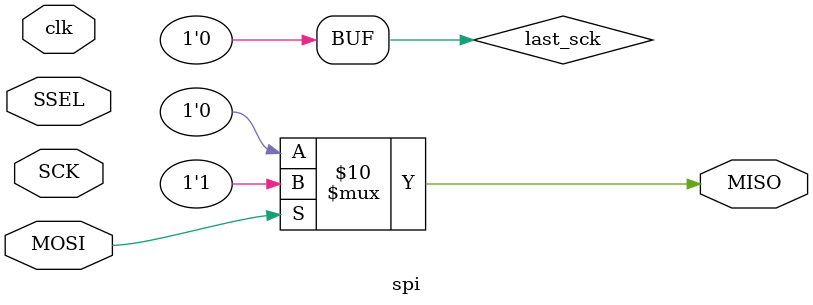
<source format=v>
module spi(
    // fpga signals
    input clk,

    // spi signals
    input SCK,
    input SSEL,
    input MOSI,  // Master Out Slave In
    output MISO  // Master In Slave Out
);

reg last_sck = 0; // default to high, since high is 'not sending'
reg tmp2 = 0;

// handle crossing clock domains
always @(*) begin
    if (SSEL) begin
        // is this a falling edge?
        if (!last_sck && SCK) begin
            tmp2 = ~tmp2;
        end
    end else begin
        tmp2 = 1;
    end

    if (MOSI) MISO = 1;
    else      MISO = 0;
end

always @(posedge clk) begin // triggers when clk goes up
    tmp2 <= ~tmp2;
end

endmodule

</source>
